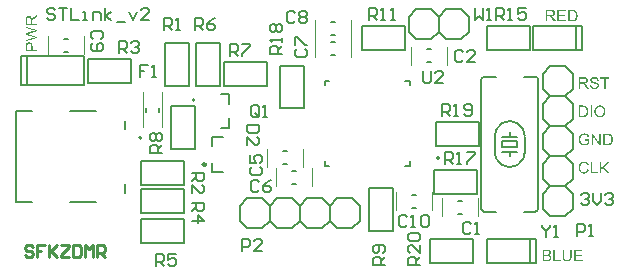
<source format=gto>
G04*
G04 #@! TF.GenerationSoftware,Altium Limited,Altium Designer,24.3.1 (35)*
G04*
G04 Layer_Color=65535*
%FSLAX44Y44*%
%MOMM*%
G71*
G04*
G04 #@! TF.SameCoordinates,268BF101-0F90-4EF0-BC03-07382AAEC2E5*
G04*
G04*
G04 #@! TF.FilePolarity,Positive*
G04*
G01*
G75*
%ADD10C,0.2000*%
%ADD11C,0.2500*%
%ADD12C,0.2032*%
%ADD13C,0.1270*%
%ADD14C,0.1000*%
%ADD15C,0.1524*%
%ADD16C,0.2540*%
G36*
X544830Y891271D02*
X542800Y889988D01*
X542786D01*
X542758Y889960D01*
X542715Y889932D01*
X542659Y889890D01*
X542504Y889791D01*
X542307Y889664D01*
X542095Y889509D01*
X541870Y889354D01*
X541658Y889199D01*
X541461Y889058D01*
X541447Y889044D01*
X541390Y889001D01*
X541306Y888931D01*
X541207Y888832D01*
X540996Y888621D01*
X540897Y888508D01*
X540812Y888395D01*
X540798Y888381D01*
X540784Y888353D01*
X540756Y888297D01*
X540714Y888212D01*
X540671Y888128D01*
X540629Y888029D01*
X540559Y887803D01*
Y887789D01*
X540545Y887761D01*
Y887705D01*
X540530Y887634D01*
X540516Y887535D01*
Y887423D01*
X540502Y887268D01*
Y885604D01*
X544830D01*
Y884307D01*
X535075D01*
Y888832D01*
X535089Y888945D01*
Y889072D01*
X535103Y889368D01*
X535145Y889678D01*
X535188Y890016D01*
X535258Y890327D01*
X535300Y890482D01*
X535343Y890609D01*
Y890623D01*
X535357Y890637D01*
X535399Y890721D01*
X535456Y890848D01*
X535554Y891003D01*
X535681Y891172D01*
X535850Y891356D01*
X536048Y891525D01*
X536273Y891694D01*
X536287D01*
X536301Y891708D01*
X536386Y891765D01*
X536527Y891821D01*
X536710Y891906D01*
X536922Y891976D01*
X537175Y892047D01*
X537443Y892089D01*
X537739Y892103D01*
X537753D01*
X537781D01*
X537838D01*
X537908Y892089D01*
X538007D01*
X538106Y892075D01*
X538345Y892018D01*
X538627Y891934D01*
X538923Y891821D01*
X539219Y891652D01*
X539360Y891539D01*
X539501Y891426D01*
X539515Y891412D01*
X539529Y891398D01*
X539572Y891356D01*
X539614Y891299D01*
X539670Y891229D01*
X539727Y891144D01*
X539797Y891031D01*
X539882Y890919D01*
X539952Y890778D01*
X540023Y890623D01*
X540107Y890453D01*
X540178Y890270D01*
X540234Y890059D01*
X540305Y889847D01*
X540347Y889608D01*
X540389Y889354D01*
X540404Y889382D01*
X540432Y889438D01*
X540488Y889523D01*
X540545Y889636D01*
X540700Y889890D01*
X540798Y890016D01*
X540883Y890129D01*
X540911Y890157D01*
X540981Y890228D01*
X541094Y890341D01*
X541235Y890482D01*
X541433Y890637D01*
X541644Y890820D01*
X541898Y891003D01*
X542180Y891201D01*
X544830Y892878D01*
Y891271D01*
D02*
G37*
G36*
Y880402D02*
Y879134D01*
X537401Y877090D01*
X537387D01*
X537359Y877076D01*
X537316Y877061D01*
X537246Y877047D01*
X537091Y877005D01*
X536908Y876963D01*
X536710Y876906D01*
X536527Y876850D01*
X536372Y876808D01*
X536301Y876794D01*
X536259Y876779D01*
X536273D01*
X536287Y876765D01*
X536372Y876751D01*
X536499Y876723D01*
X536654Y876681D01*
X536823Y876638D01*
X537020Y876582D01*
X537218Y876540D01*
X537401Y876483D01*
X544830Y874425D01*
Y873072D01*
X535075Y870520D01*
Y871860D01*
X541475Y873312D01*
X541489D01*
X541517Y873326D01*
X541574Y873340D01*
X541644Y873354D01*
X541743Y873368D01*
X541841Y873396D01*
X541968Y873424D01*
X542109Y873453D01*
X542405Y873523D01*
X542744Y873594D01*
X543110Y873664D01*
X543477Y873735D01*
X543463D01*
X543406Y873749D01*
X543336Y873777D01*
X543223Y873791D01*
X543110Y873819D01*
X542969Y873861D01*
X542659Y873932D01*
X542349Y874016D01*
X542194Y874045D01*
X542053Y874087D01*
X541926Y874115D01*
X541813Y874143D01*
X541729Y874172D01*
X541672Y874186D01*
X535075Y876032D01*
Y877597D01*
X540023Y878979D01*
X540037D01*
X540107Y879007D01*
X540206Y879035D01*
X540333Y879063D01*
X540502Y879105D01*
X540686Y879162D01*
X540897Y879218D01*
X541137Y879275D01*
X541404Y879345D01*
X541672Y879401D01*
X542250Y879528D01*
X542856Y879655D01*
X543477Y879754D01*
X543463D01*
X543434Y879768D01*
X543378D01*
X543307Y879796D01*
X543223Y879810D01*
X543124Y879838D01*
X542997Y879853D01*
X542856Y879895D01*
X542546Y879965D01*
X542180Y880050D01*
X541785Y880135D01*
X541348Y880247D01*
X535075Y881770D01*
Y883081D01*
X544830Y880402D01*
D02*
G37*
G36*
X538120Y869759D02*
X538218Y869745D01*
X538345Y869731D01*
X538486Y869703D01*
X538641Y869675D01*
X538966Y869576D01*
X539135Y869520D01*
X539318Y869435D01*
X539501Y869336D01*
X539670Y869238D01*
X539840Y869111D01*
X540009Y868970D01*
X540023Y868956D01*
X540051Y868927D01*
X540093Y868885D01*
X540136Y868815D01*
X540206Y868730D01*
X540277Y868617D01*
X540361Y868476D01*
X540432Y868321D01*
X540516Y868138D01*
X540601Y867926D01*
X540671Y867701D01*
X540728Y867433D01*
X540784Y867151D01*
X540826Y866841D01*
X540855Y866489D01*
X540869Y866122D01*
Y863627D01*
X544830D01*
Y862330D01*
X535075D01*
Y866333D01*
X535089Y866545D01*
X535103Y866785D01*
X535117Y867038D01*
X535145Y867278D01*
X535174Y867489D01*
Y867518D01*
X535202Y867616D01*
X535230Y867743D01*
X535272Y867912D01*
X535343Y868096D01*
X535427Y868293D01*
X535526Y868504D01*
X535639Y868688D01*
X535653Y868716D01*
X535695Y868772D01*
X535780Y868857D01*
X535878Y868970D01*
X536005Y869097D01*
X536174Y869223D01*
X536358Y869364D01*
X536569Y869477D01*
X536597Y869491D01*
X536668Y869520D01*
X536795Y869576D01*
X536964Y869632D01*
X537161Y869675D01*
X537387Y869731D01*
X537640Y869759D01*
X537908Y869773D01*
X537923D01*
X537965D01*
X538021D01*
X538120Y869759D01*
D02*
G37*
G36*
X998282Y897219D02*
X998564Y897205D01*
X998846Y897176D01*
X999128Y897134D01*
X999367Y897092D01*
X999381D01*
X999409Y897078D01*
X999452D01*
X999508Y897049D01*
X999663Y897007D01*
X999861Y896937D01*
X1000086Y896838D01*
X1000326Y896711D01*
X1000565Y896570D01*
X1000791Y896387D01*
X1000805Y896373D01*
X1000819Y896359D01*
X1000862Y896317D01*
X1000918Y896274D01*
X1001059Y896133D01*
X1001228Y895936D01*
X1001411Y895696D01*
X1001609Y895414D01*
X1001792Y895090D01*
X1001947Y894724D01*
Y894709D01*
X1001961Y894681D01*
X1001989Y894625D01*
X1002003Y894540D01*
X1002046Y894442D01*
X1002074Y894329D01*
X1002102Y894202D01*
X1002144Y894047D01*
X1002187Y893892D01*
X1002215Y893708D01*
X1002285Y893314D01*
X1002328Y892877D01*
X1002342Y892398D01*
Y892383D01*
Y892355D01*
Y892285D01*
Y892214D01*
X1002328Y892116D01*
Y892003D01*
X1002314Y891735D01*
X1002271Y891425D01*
X1002229Y891101D01*
X1002158Y890762D01*
X1002074Y890424D01*
Y890410D01*
X1002060Y890382D01*
X1002046Y890339D01*
X1002031Y890283D01*
X1001975Y890128D01*
X1001891Y889930D01*
X1001806Y889705D01*
X1001693Y889479D01*
X1001552Y889240D01*
X1001411Y889014D01*
X1001397Y888986D01*
X1001341Y888915D01*
X1001256Y888817D01*
X1001143Y888690D01*
X1001016Y888549D01*
X1000862Y888408D01*
X1000706Y888253D01*
X1000523Y888126D01*
X1000495Y888112D01*
X1000439Y888070D01*
X1000340Y888013D01*
X1000199Y887943D01*
X1000030Y887858D01*
X999832Y887788D01*
X999607Y887703D01*
X999353Y887633D01*
X999325D01*
X999283Y887619D01*
X999240Y887605D01*
X999099Y887590D01*
X998902Y887562D01*
X998676Y887534D01*
X998409Y887506D01*
X998113Y887492D01*
X997788Y887478D01*
X994278D01*
Y897233D01*
X998028D01*
X998282Y897219D01*
D02*
G37*
G36*
X992262Y896077D02*
X986497D01*
Y893102D01*
X991896D01*
Y891946D01*
X986497D01*
Y888634D01*
X992488D01*
Y887478D01*
X985200D01*
Y897233D01*
X992262D01*
Y896077D01*
D02*
G37*
G36*
X979998Y897219D02*
X980125D01*
X980421Y897205D01*
X980731Y897162D01*
X981069Y897120D01*
X981379Y897049D01*
X981535Y897007D01*
X981661Y896965D01*
X981675D01*
X981690Y896951D01*
X981774Y896908D01*
X981901Y896852D01*
X982056Y896753D01*
X982225Y896627D01*
X982409Y896457D01*
X982578Y896260D01*
X982747Y896034D01*
Y896020D01*
X982761Y896006D01*
X982817Y895922D01*
X982874Y895781D01*
X982958Y895598D01*
X983029Y895386D01*
X983099Y895132D01*
X983141Y894865D01*
X983156Y894568D01*
Y894554D01*
Y894526D01*
Y894470D01*
X983141Y894399D01*
Y894301D01*
X983127Y894202D01*
X983071Y893962D01*
X982987Y893680D01*
X982874Y893384D01*
X982704Y893088D01*
X982592Y892947D01*
X982479Y892806D01*
X982465Y892792D01*
X982451Y892778D01*
X982409Y892736D01*
X982352Y892693D01*
X982282Y892637D01*
X982197Y892581D01*
X982084Y892510D01*
X981972Y892426D01*
X981831Y892355D01*
X981675Y892285D01*
X981506Y892200D01*
X981323Y892130D01*
X981112Y892073D01*
X980900Y892003D01*
X980660Y891961D01*
X980407Y891918D01*
X980435Y891904D01*
X980491Y891876D01*
X980576Y891820D01*
X980689Y891763D01*
X980942Y891608D01*
X981069Y891509D01*
X981182Y891425D01*
X981210Y891397D01*
X981281Y891326D01*
X981394Y891213D01*
X981535Y891072D01*
X981690Y890875D01*
X981873Y890664D01*
X982056Y890410D01*
X982253Y890128D01*
X983931Y887478D01*
X982324D01*
X981041Y889508D01*
Y889522D01*
X981013Y889550D01*
X980985Y889592D01*
X980942Y889649D01*
X980844Y889804D01*
X980717Y890001D01*
X980562Y890212D01*
X980407Y890438D01*
X980252Y890649D01*
X980111Y890847D01*
X980097Y890861D01*
X980054Y890917D01*
X979984Y891002D01*
X979885Y891101D01*
X979674Y891312D01*
X979561Y891411D01*
X979448Y891495D01*
X979434Y891509D01*
X979406Y891524D01*
X979350Y891552D01*
X979265Y891594D01*
X979180Y891636D01*
X979082Y891679D01*
X978856Y891749D01*
X978842D01*
X978814Y891763D01*
X978757D01*
X978687Y891777D01*
X978588Y891791D01*
X978475D01*
X978320Y891805D01*
X976657D01*
Y887478D01*
X975360D01*
Y897233D01*
X979885D01*
X979998Y897219D01*
D02*
G37*
G36*
X997236Y688494D02*
Y688480D01*
Y688423D01*
Y688353D01*
Y688254D01*
X997222Y688127D01*
Y687986D01*
X997208Y687817D01*
X997194Y687648D01*
X997151Y687267D01*
X997095Y686873D01*
X997010Y686492D01*
X996954Y686309D01*
X996898Y686140D01*
Y686125D01*
X996884Y686097D01*
X996855Y686055D01*
X996827Y685999D01*
X996743Y685844D01*
X996616Y685646D01*
X996447Y685421D01*
X996249Y685195D01*
X995995Y684955D01*
X995685Y684744D01*
X995671D01*
X995643Y684716D01*
X995601Y684702D01*
X995530Y684659D01*
X995446Y684617D01*
X995333Y684575D01*
X995220Y684532D01*
X995079Y684476D01*
X994924Y684420D01*
X994755Y684378D01*
X994572Y684335D01*
X994360Y684293D01*
X994149Y684265D01*
X993923Y684237D01*
X993416Y684208D01*
X993289D01*
X993190Y684222D01*
X993077D01*
X992936Y684237D01*
X992781Y684251D01*
X992626Y684265D01*
X992274Y684321D01*
X991893Y684406D01*
X991527Y684518D01*
X991174Y684673D01*
X991160D01*
X991132Y684702D01*
X991090Y684730D01*
X991033Y684758D01*
X990878Y684871D01*
X990695Y685026D01*
X990483Y685223D01*
X990286Y685449D01*
X990089Y685731D01*
X989934Y686041D01*
Y686055D01*
X989920Y686083D01*
X989906Y686140D01*
X989877Y686210D01*
X989849Y686295D01*
X989821Y686407D01*
X989779Y686534D01*
X989751Y686689D01*
X989722Y686859D01*
X989680Y687042D01*
X989652Y687239D01*
X989624Y687451D01*
X989595Y687690D01*
X989581Y687944D01*
X989567Y688212D01*
Y688494D01*
Y694133D01*
X990864D01*
Y688494D01*
Y688480D01*
Y688437D01*
Y688367D01*
Y688282D01*
X990878Y688184D01*
Y688057D01*
X990892Y687789D01*
X990920Y687479D01*
X990963Y687169D01*
X991019Y686873D01*
X991047Y686746D01*
X991090Y686619D01*
X991104Y686591D01*
X991132Y686520D01*
X991202Y686422D01*
X991287Y686281D01*
X991386Y686140D01*
X991527Y685984D01*
X991696Y685829D01*
X991893Y685703D01*
X991921Y685688D01*
X991992Y685646D01*
X992119Y685604D01*
X992288Y685547D01*
X992485Y685477D01*
X992739Y685435D01*
X993007Y685393D01*
X993303Y685378D01*
X993444D01*
X993529Y685393D01*
X993655D01*
X993782Y685407D01*
X994092Y685463D01*
X994431Y685533D01*
X994755Y685646D01*
X995065Y685801D01*
X995206Y685900D01*
X995333Y686013D01*
X995347Y686027D01*
X995361Y686041D01*
X995389Y686083D01*
X995432Y686140D01*
X995474Y686224D01*
X995530Y686309D01*
X995587Y686436D01*
X995643Y686562D01*
X995699Y686718D01*
X995742Y686901D01*
X995798Y687112D01*
X995840Y687338D01*
X995883Y687592D01*
X995911Y687859D01*
X995939Y688170D01*
Y688494D01*
Y694133D01*
X997236D01*
Y688494D01*
D02*
G37*
G36*
X1006469Y692977D02*
X1000704D01*
Y690002D01*
X1006103D01*
Y688846D01*
X1000704D01*
Y685533D01*
X1006695D01*
Y684378D01*
X999407D01*
Y694133D01*
X1006469D01*
Y692977D01*
D02*
G37*
G36*
X983210Y685533D02*
X988017D01*
Y684378D01*
X981913D01*
Y694133D01*
X983210D01*
Y685533D01*
D02*
G37*
G36*
X976753Y694118D02*
X976866D01*
X977120Y694090D01*
X977402Y694062D01*
X977698Y694006D01*
X977994Y693935D01*
X978261Y693837D01*
X978276D01*
X978290Y693822D01*
X978374Y693780D01*
X978501Y693710D01*
X978642Y693611D01*
X978811Y693484D01*
X978995Y693329D01*
X979164Y693132D01*
X979319Y692920D01*
X979333Y692892D01*
X979375Y692807D01*
X979446Y692695D01*
X979516Y692525D01*
X979587Y692328D01*
X979657Y692117D01*
X979699Y691877D01*
X979713Y691637D01*
Y691609D01*
Y691539D01*
X979699Y691412D01*
X979671Y691257D01*
X979629Y691074D01*
X979558Y690876D01*
X979474Y690679D01*
X979361Y690467D01*
X979347Y690439D01*
X979305Y690383D01*
X979220Y690270D01*
X979107Y690157D01*
X978966Y690016D01*
X978797Y689861D01*
X978586Y689720D01*
X978346Y689579D01*
X978360D01*
X978388Y689565D01*
X978431Y689551D01*
X978487Y689523D01*
X978656Y689466D01*
X978854Y689368D01*
X979065Y689241D01*
X979305Y689086D01*
X979516Y688903D01*
X979713Y688677D01*
X979727Y688649D01*
X979784Y688564D01*
X979868Y688437D01*
X979953Y688268D01*
X980038Y688043D01*
X980122Y687803D01*
X980179Y687521D01*
X980193Y687211D01*
Y687197D01*
Y687183D01*
Y687098D01*
X980179Y686957D01*
X980150Y686788D01*
X980122Y686591D01*
X980066Y686379D01*
X979995Y686154D01*
X979897Y685928D01*
X979883Y685900D01*
X979840Y685829D01*
X979784Y685731D01*
X979699Y685590D01*
X979587Y685449D01*
X979474Y685294D01*
X979333Y685139D01*
X979178Y685012D01*
X979164Y684998D01*
X979107Y684955D01*
X979009Y684899D01*
X978882Y684843D01*
X978727Y684758D01*
X978543Y684673D01*
X978346Y684603D01*
X978106Y684532D01*
X978078D01*
X977994Y684504D01*
X977853Y684490D01*
X977669Y684462D01*
X977444Y684434D01*
X977176Y684406D01*
X976880Y684392D01*
X976542Y684378D01*
X972820D01*
Y694133D01*
X976654D01*
X976753Y694118D01*
D02*
G37*
G36*
X1016763Y840338D02*
X1016861D01*
X1017129Y840310D01*
X1017425Y840267D01*
X1017735Y840197D01*
X1018074Y840112D01*
X1018384Y839999D01*
X1018398D01*
X1018426Y839985D01*
X1018468Y839957D01*
X1018525Y839929D01*
X1018666Y839858D01*
X1018849Y839732D01*
X1019060Y839591D01*
X1019272Y839407D01*
X1019469Y839196D01*
X1019652Y838956D01*
Y838942D01*
X1019667Y838928D01*
X1019695Y838886D01*
X1019723Y838843D01*
X1019793Y838702D01*
X1019878Y838519D01*
X1019977Y838294D01*
X1020047Y838026D01*
X1020118Y837744D01*
X1020146Y837434D01*
X1018905Y837335D01*
Y837349D01*
Y837377D01*
X1018891Y837420D01*
X1018877Y837490D01*
X1018835Y837645D01*
X1018779Y837857D01*
X1018694Y838082D01*
X1018567Y838308D01*
X1018412Y838519D01*
X1018215Y838717D01*
X1018186Y838731D01*
X1018116Y838787D01*
X1017975Y838872D01*
X1017792Y838956D01*
X1017552Y839041D01*
X1017270Y839125D01*
X1016918Y839182D01*
X1016523Y839196D01*
X1016326D01*
X1016241Y839182D01*
X1016128Y839168D01*
X1015874Y839139D01*
X1015593Y839083D01*
X1015311Y839013D01*
X1015043Y838900D01*
X1014930Y838829D01*
X1014817Y838759D01*
X1014789Y838745D01*
X1014733Y838688D01*
X1014648Y838590D01*
X1014564Y838477D01*
X1014465Y838322D01*
X1014380Y838153D01*
X1014324Y837955D01*
X1014296Y837730D01*
Y837701D01*
Y837645D01*
X1014310Y837546D01*
X1014338Y837434D01*
X1014380Y837293D01*
X1014451Y837152D01*
X1014535Y837011D01*
X1014662Y836870D01*
X1014676Y836856D01*
X1014747Y836813D01*
X1014803Y836771D01*
X1014859Y836743D01*
X1014944Y836701D01*
X1015043Y836644D01*
X1015170Y836602D01*
X1015311Y836546D01*
X1015466Y836489D01*
X1015649Y836419D01*
X1015846Y836362D01*
X1016072Y836292D01*
X1016326Y836235D01*
X1016608Y836165D01*
X1016622D01*
X1016678Y836151D01*
X1016763Y836137D01*
X1016861Y836109D01*
X1016988Y836080D01*
X1017143Y836038D01*
X1017298Y835996D01*
X1017467Y835954D01*
X1017834Y835855D01*
X1018186Y835756D01*
X1018356Y835700D01*
X1018511Y835643D01*
X1018652Y835601D01*
X1018764Y835545D01*
X1018779D01*
X1018807Y835531D01*
X1018849Y835502D01*
X1018905Y835474D01*
X1019060Y835390D01*
X1019244Y835277D01*
X1019455Y835122D01*
X1019667Y834953D01*
X1019864Y834755D01*
X1020033Y834544D01*
X1020047Y834516D01*
X1020104Y834445D01*
X1020160Y834318D01*
X1020245Y834149D01*
X1020315Y833952D01*
X1020386Y833712D01*
X1020428Y833444D01*
X1020442Y833162D01*
Y833148D01*
Y833134D01*
Y833092D01*
Y833035D01*
X1020414Y832880D01*
X1020386Y832683D01*
X1020329Y832457D01*
X1020259Y832218D01*
X1020146Y831964D01*
X1019991Y831696D01*
Y831682D01*
X1019977Y831668D01*
X1019906Y831583D01*
X1019808Y831457D01*
X1019667Y831316D01*
X1019483Y831146D01*
X1019258Y830963D01*
X1019004Y830794D01*
X1018708Y830639D01*
X1018694D01*
X1018666Y830625D01*
X1018623Y830611D01*
X1018567Y830583D01*
X1018483Y830554D01*
X1018384Y830512D01*
X1018158Y830456D01*
X1017890Y830385D01*
X1017566Y830315D01*
X1017214Y830272D01*
X1016833Y830258D01*
X1016608D01*
X1016495Y830272D01*
X1016368D01*
X1016227Y830286D01*
X1016058Y830301D01*
X1015705Y830357D01*
X1015339Y830413D01*
X1014972Y830512D01*
X1014620Y830639D01*
X1014606D01*
X1014578Y830653D01*
X1014535Y830681D01*
X1014479Y830709D01*
X1014310Y830794D01*
X1014112Y830921D01*
X1013887Y831090D01*
X1013647Y831287D01*
X1013422Y831527D01*
X1013210Y831795D01*
Y831809D01*
X1013182Y831837D01*
X1013168Y831880D01*
X1013126Y831936D01*
X1013097Y832006D01*
X1013055Y832091D01*
X1012956Y832302D01*
X1012858Y832570D01*
X1012773Y832866D01*
X1012717Y833205D01*
X1012689Y833557D01*
X1013901Y833670D01*
Y833656D01*
Y833642D01*
X1013915Y833599D01*
Y833543D01*
X1013943Y833416D01*
X1013986Y833233D01*
X1014042Y833049D01*
X1014098Y832838D01*
X1014197Y832641D01*
X1014296Y832457D01*
X1014310Y832443D01*
X1014352Y832387D01*
X1014423Y832288D01*
X1014535Y832190D01*
X1014676Y832063D01*
X1014831Y831936D01*
X1015043Y831809D01*
X1015268Y831696D01*
X1015282D01*
X1015296Y831682D01*
X1015339Y831668D01*
X1015381Y831654D01*
X1015522Y831612D01*
X1015705Y831555D01*
X1015931Y831499D01*
X1016185Y831457D01*
X1016467Y831428D01*
X1016777Y831414D01*
X1016904D01*
X1017045Y831428D01*
X1017214Y831442D01*
X1017411Y831471D01*
X1017637Y831499D01*
X1017862Y831555D01*
X1018074Y831626D01*
X1018102Y831640D01*
X1018172Y831668D01*
X1018271Y831724D01*
X1018398Y831781D01*
X1018525Y831880D01*
X1018666Y831978D01*
X1018807Y832091D01*
X1018920Y832232D01*
X1018934Y832246D01*
X1018962Y832302D01*
X1019004Y832373D01*
X1019060Y832486D01*
X1019117Y832598D01*
X1019159Y832739D01*
X1019187Y832894D01*
X1019201Y833064D01*
Y833078D01*
Y833148D01*
X1019187Y833233D01*
X1019173Y833346D01*
X1019131Y833458D01*
X1019089Y833599D01*
X1019018Y833740D01*
X1018920Y833867D01*
X1018905Y833881D01*
X1018863Y833923D01*
X1018807Y833980D01*
X1018708Y834064D01*
X1018595Y834149D01*
X1018440Y834248D01*
X1018257Y834346D01*
X1018046Y834431D01*
X1018031Y834445D01*
X1017961Y834459D01*
X1017848Y834501D01*
X1017778Y834516D01*
X1017679Y834544D01*
X1017580Y834586D01*
X1017453Y834614D01*
X1017312Y834657D01*
X1017143Y834699D01*
X1016974Y834741D01*
X1016777Y834798D01*
X1016551Y834854D01*
X1016311Y834910D01*
X1016297D01*
X1016255Y834924D01*
X1016185Y834939D01*
X1016100Y834967D01*
X1015987Y834995D01*
X1015860Y835023D01*
X1015579Y835108D01*
X1015268Y835206D01*
X1014944Y835305D01*
X1014662Y835404D01*
X1014535Y835460D01*
X1014423Y835517D01*
X1014408D01*
X1014394Y835531D01*
X1014310Y835587D01*
X1014183Y835658D01*
X1014042Y835770D01*
X1013873Y835897D01*
X1013704Y836052D01*
X1013534Y836235D01*
X1013393Y836433D01*
X1013379Y836461D01*
X1013337Y836532D01*
X1013281Y836644D01*
X1013224Y836785D01*
X1013168Y836969D01*
X1013111Y837180D01*
X1013069Y837405D01*
X1013055Y837645D01*
Y837659D01*
Y837673D01*
Y837716D01*
Y837772D01*
X1013083Y837913D01*
X1013111Y838096D01*
X1013154Y838308D01*
X1013224Y838547D01*
X1013323Y838787D01*
X1013464Y839027D01*
Y839041D01*
X1013478Y839055D01*
X1013549Y839139D01*
X1013647Y839252D01*
X1013774Y839393D01*
X1013943Y839548D01*
X1014155Y839717D01*
X1014408Y839873D01*
X1014690Y840013D01*
X1014705D01*
X1014733Y840027D01*
X1014775Y840042D01*
X1014831Y840070D01*
X1014902Y840098D01*
X1015001Y840126D01*
X1015212Y840183D01*
X1015480Y840239D01*
X1015790Y840295D01*
X1016114Y840338D01*
X1016481Y840352D01*
X1016664D01*
X1016763Y840338D01*
D02*
G37*
G36*
X1029210Y839027D02*
X1025996D01*
Y830427D01*
X1024699D01*
Y839027D01*
X1021485D01*
Y840183D01*
X1029210D01*
Y839027D01*
D02*
G37*
G36*
X1007938Y840169D02*
X1008065D01*
X1008361Y840154D01*
X1008671Y840112D01*
X1009009Y840070D01*
X1009319Y839999D01*
X1009474Y839957D01*
X1009601Y839915D01*
X1009615D01*
X1009630Y839901D01*
X1009714Y839858D01*
X1009841Y839802D01*
X1009996Y839703D01*
X1010165Y839576D01*
X1010349Y839407D01*
X1010518Y839210D01*
X1010687Y838984D01*
Y838970D01*
X1010701Y838956D01*
X1010757Y838872D01*
X1010814Y838731D01*
X1010898Y838547D01*
X1010969Y838336D01*
X1011039Y838082D01*
X1011081Y837814D01*
X1011096Y837518D01*
Y837504D01*
Y837476D01*
Y837420D01*
X1011081Y837349D01*
Y837250D01*
X1011067Y837152D01*
X1011011Y836912D01*
X1010927Y836630D01*
X1010814Y836334D01*
X1010645Y836038D01*
X1010532Y835897D01*
X1010419Y835756D01*
X1010405Y835742D01*
X1010391Y835728D01*
X1010349Y835686D01*
X1010292Y835643D01*
X1010222Y835587D01*
X1010137Y835531D01*
X1010024Y835460D01*
X1009911Y835376D01*
X1009771Y835305D01*
X1009615Y835235D01*
X1009446Y835150D01*
X1009263Y835079D01*
X1009052Y835023D01*
X1008840Y834953D01*
X1008600Y834910D01*
X1008347Y834868D01*
X1008375Y834854D01*
X1008431Y834826D01*
X1008516Y834769D01*
X1008629Y834713D01*
X1008882Y834558D01*
X1009009Y834459D01*
X1009122Y834375D01*
X1009150Y834346D01*
X1009221Y834276D01*
X1009333Y834163D01*
X1009474Y834022D01*
X1009630Y833825D01*
X1009813Y833613D01*
X1009996Y833360D01*
X1010193Y833078D01*
X1011871Y830427D01*
X1010264D01*
X1008981Y832457D01*
Y832471D01*
X1008953Y832500D01*
X1008925Y832542D01*
X1008882Y832598D01*
X1008784Y832754D01*
X1008657Y832951D01*
X1008502Y833162D01*
X1008347Y833388D01*
X1008192Y833599D01*
X1008051Y833797D01*
X1008037Y833811D01*
X1007994Y833867D01*
X1007924Y833952D01*
X1007825Y834050D01*
X1007614Y834262D01*
X1007501Y834361D01*
X1007388Y834445D01*
X1007374Y834459D01*
X1007346Y834473D01*
X1007290Y834501D01*
X1007205Y834544D01*
X1007120Y834586D01*
X1007022Y834628D01*
X1006796Y834699D01*
X1006782D01*
X1006754Y834713D01*
X1006697D01*
X1006627Y834727D01*
X1006528Y834741D01*
X1006415D01*
X1006260Y834755D01*
X1004597D01*
Y830427D01*
X1003300D01*
Y840183D01*
X1007825D01*
X1007938Y840169D01*
D02*
G37*
G36*
X1014648Y806542D02*
X1013351D01*
Y816297D01*
X1014648D01*
Y806542D01*
D02*
G37*
G36*
X1007303Y816283D02*
X1007586Y816269D01*
X1007867Y816241D01*
X1008149Y816198D01*
X1008389Y816156D01*
X1008403D01*
X1008431Y816142D01*
X1008474D01*
X1008530Y816114D01*
X1008685Y816071D01*
X1008882Y816001D01*
X1009108Y815902D01*
X1009348Y815776D01*
X1009587Y815635D01*
X1009813Y815451D01*
X1009827Y815437D01*
X1009841Y815423D01*
X1009883Y815381D01*
X1009940Y815339D01*
X1010081Y815198D01*
X1010250Y815000D01*
X1010433Y814761D01*
X1010630Y814479D01*
X1010814Y814154D01*
X1010969Y813788D01*
Y813774D01*
X1010983Y813745D01*
X1011011Y813689D01*
X1011025Y813605D01*
X1011067Y813506D01*
X1011096Y813393D01*
X1011124Y813266D01*
X1011166Y813111D01*
X1011208Y812956D01*
X1011237Y812773D01*
X1011307Y812378D01*
X1011349Y811941D01*
X1011364Y811462D01*
Y811448D01*
Y811420D01*
Y811349D01*
Y811279D01*
X1011349Y811180D01*
Y811067D01*
X1011335Y810799D01*
X1011293Y810489D01*
X1011251Y810165D01*
X1011180Y809827D01*
X1011096Y809488D01*
Y809474D01*
X1011081Y809446D01*
X1011067Y809404D01*
X1011053Y809347D01*
X1010997Y809192D01*
X1010912Y808995D01*
X1010828Y808769D01*
X1010715Y808544D01*
X1010574Y808304D01*
X1010433Y808079D01*
X1010419Y808050D01*
X1010363Y807980D01*
X1010278Y807881D01*
X1010165Y807754D01*
X1010038Y807613D01*
X1009883Y807472D01*
X1009728Y807317D01*
X1009545Y807190D01*
X1009517Y807176D01*
X1009460Y807134D01*
X1009362Y807078D01*
X1009221Y807007D01*
X1009052Y806923D01*
X1008854Y806852D01*
X1008629Y806768D01*
X1008375Y806697D01*
X1008347D01*
X1008304Y806683D01*
X1008262Y806669D01*
X1008121Y806655D01*
X1007924Y806627D01*
X1007698Y806598D01*
X1007430Y806570D01*
X1007134Y806556D01*
X1006810Y806542D01*
X1003300D01*
Y816297D01*
X1007050D01*
X1007303Y816283D01*
D02*
G37*
G36*
X1021429Y816452D02*
X1021556D01*
X1021683Y816438D01*
X1021852Y816410D01*
X1022021Y816382D01*
X1022387Y816311D01*
X1022810Y816198D01*
X1023219Y816029D01*
X1023430Y815930D01*
X1023642Y815818D01*
X1023656Y815804D01*
X1023684Y815790D01*
X1023741Y815747D01*
X1023825Y815705D01*
X1023910Y815635D01*
X1024023Y815550D01*
X1024262Y815352D01*
X1024516Y815099D01*
X1024798Y814789D01*
X1025066Y814422D01*
X1025291Y814013D01*
Y813999D01*
X1025320Y813957D01*
X1025348Y813901D01*
X1025376Y813816D01*
X1025432Y813703D01*
X1025475Y813576D01*
X1025531Y813421D01*
X1025587Y813252D01*
X1025630Y813069D01*
X1025686Y812871D01*
X1025742Y812646D01*
X1025785Y812420D01*
X1025841Y811927D01*
X1025869Y811391D01*
Y811377D01*
Y811321D01*
Y811250D01*
X1025855Y811137D01*
Y811011D01*
X1025841Y810856D01*
X1025813Y810686D01*
X1025799Y810503D01*
X1025728Y810094D01*
X1025616Y809643D01*
X1025461Y809192D01*
X1025376Y808967D01*
X1025263Y808741D01*
Y808727D01*
X1025235Y808685D01*
X1025207Y808628D01*
X1025150Y808544D01*
X1025094Y808445D01*
X1025023Y808346D01*
X1024826Y808079D01*
X1024586Y807797D01*
X1024305Y807501D01*
X1023966Y807219D01*
X1023571Y806965D01*
X1023557D01*
X1023529Y806937D01*
X1023459Y806908D01*
X1023374Y806866D01*
X1023275Y806824D01*
X1023163Y806782D01*
X1023022Y806725D01*
X1022867Y806669D01*
X1022698Y806612D01*
X1022514Y806556D01*
X1022105Y806471D01*
X1021668Y806401D01*
X1021203Y806373D01*
X1021062D01*
X1020978Y806387D01*
X1020851D01*
X1020710Y806415D01*
X1020555Y806429D01*
X1020371Y806457D01*
X1019991Y806542D01*
X1019582Y806655D01*
X1019159Y806824D01*
X1018948Y806923D01*
X1018736Y807035D01*
X1018722Y807049D01*
X1018694Y807064D01*
X1018637Y807106D01*
X1018553Y807162D01*
X1018468Y807219D01*
X1018370Y807303D01*
X1018130Y807515D01*
X1017862Y807768D01*
X1017580Y808079D01*
X1017327Y808431D01*
X1017087Y808840D01*
Y808854D01*
X1017059Y808896D01*
X1017030Y808952D01*
X1017002Y809037D01*
X1016960Y809150D01*
X1016918Y809277D01*
X1016861Y809418D01*
X1016819Y809573D01*
X1016763Y809756D01*
X1016706Y809939D01*
X1016622Y810362D01*
X1016565Y810799D01*
X1016537Y811279D01*
Y811293D01*
Y811307D01*
Y811391D01*
X1016551Y811518D01*
Y811687D01*
X1016579Y811885D01*
X1016608Y812124D01*
X1016650Y812392D01*
X1016706Y812674D01*
X1016763Y812970D01*
X1016847Y813280D01*
X1016960Y813590D01*
X1017087Y813915D01*
X1017228Y814225D01*
X1017411Y814535D01*
X1017608Y814817D01*
X1017834Y815085D01*
X1017848Y815099D01*
X1017890Y815141D01*
X1017975Y815212D01*
X1018074Y815296D01*
X1018201Y815409D01*
X1018356Y815522D01*
X1018539Y815649D01*
X1018750Y815776D01*
X1018976Y815902D01*
X1019230Y816029D01*
X1019512Y816142D01*
X1019808Y816255D01*
X1020132Y816339D01*
X1020470Y816410D01*
X1020823Y816452D01*
X1021203Y816466D01*
X1021330D01*
X1021429Y816452D01*
D02*
G37*
G36*
X1008445Y792567D02*
X1008558D01*
X1008826Y792538D01*
X1009122Y792496D01*
X1009432Y792426D01*
X1009771Y792341D01*
X1010095Y792228D01*
X1010109D01*
X1010137Y792214D01*
X1010179Y792200D01*
X1010236Y792172D01*
X1010391Y792087D01*
X1010588Y791989D01*
X1010800Y791848D01*
X1011025Y791678D01*
X1011237Y791495D01*
X1011434Y791270D01*
X1011462Y791241D01*
X1011519Y791157D01*
X1011603Y791030D01*
X1011716Y790847D01*
X1011829Y790621D01*
X1011956Y790339D01*
X1012082Y790029D01*
X1012181Y789677D01*
X1011011Y789367D01*
Y789381D01*
X1010997Y789395D01*
X1010983Y789437D01*
X1010969Y789493D01*
X1010927Y789620D01*
X1010870Y789790D01*
X1010786Y789987D01*
X1010687Y790170D01*
X1010588Y790367D01*
X1010461Y790537D01*
X1010447Y790551D01*
X1010405Y790607D01*
X1010320Y790678D01*
X1010222Y790776D01*
X1010095Y790889D01*
X1009926Y791002D01*
X1009742Y791115D01*
X1009531Y791213D01*
X1009503Y791227D01*
X1009432Y791255D01*
X1009305Y791298D01*
X1009136Y791354D01*
X1008939Y791396D01*
X1008713Y791439D01*
X1008459Y791467D01*
X1008192Y791481D01*
X1008037D01*
X1007966Y791467D01*
X1007881D01*
X1007670Y791453D01*
X1007430Y791411D01*
X1007163Y791368D01*
X1006909Y791298D01*
X1006655Y791199D01*
X1006627Y791185D01*
X1006542Y791157D01*
X1006430Y791086D01*
X1006289Y791016D01*
X1006119Y790903D01*
X1005936Y790790D01*
X1005767Y790649D01*
X1005612Y790494D01*
X1005598Y790480D01*
X1005541Y790424D01*
X1005471Y790325D01*
X1005386Y790212D01*
X1005288Y790071D01*
X1005189Y789902D01*
X1005090Y789719D01*
X1004992Y789522D01*
Y789508D01*
X1004977Y789479D01*
X1004963Y789437D01*
X1004935Y789367D01*
X1004907Y789282D01*
X1004879Y789183D01*
X1004837Y789071D01*
X1004808Y788944D01*
X1004738Y788648D01*
X1004681Y788309D01*
X1004639Y787957D01*
X1004625Y787562D01*
Y787548D01*
Y787506D01*
Y787435D01*
X1004639Y787351D01*
Y787238D01*
X1004653Y787097D01*
X1004667Y786956D01*
X1004681Y786801D01*
X1004738Y786449D01*
X1004808Y786082D01*
X1004921Y785715D01*
X1005062Y785363D01*
Y785349D01*
X1005090Y785321D01*
X1005104Y785278D01*
X1005147Y785222D01*
X1005245Y785067D01*
X1005400Y784870D01*
X1005584Y784658D01*
X1005809Y784447D01*
X1006077Y784249D01*
X1006373Y784066D01*
X1006387D01*
X1006415Y784052D01*
X1006458Y784024D01*
X1006528Y783996D01*
X1006599Y783967D01*
X1006697Y783939D01*
X1006923Y783855D01*
X1007205Y783784D01*
X1007515Y783714D01*
X1007853Y783657D01*
X1008206Y783643D01*
X1008347D01*
X1008431Y783657D01*
X1008516D01*
X1008727Y783686D01*
X1008981Y783714D01*
X1009249Y783770D01*
X1009545Y783855D01*
X1009841Y783953D01*
X1009855D01*
X1009883Y783967D01*
X1009911Y783981D01*
X1009968Y784010D01*
X1010123Y784080D01*
X1010292Y784165D01*
X1010490Y784263D01*
X1010701Y784376D01*
X1010898Y784503D01*
X1011067Y784644D01*
Y786477D01*
X1008192D01*
Y787633D01*
X1012336D01*
Y784010D01*
X1012322Y783996D01*
X1012294Y783981D01*
X1012237Y783939D01*
X1012167Y783883D01*
X1012082Y783826D01*
X1011984Y783756D01*
X1011857Y783671D01*
X1011730Y783587D01*
X1011434Y783403D01*
X1011096Y783206D01*
X1010743Y783023D01*
X1010363Y782868D01*
X1010349D01*
X1010320Y782854D01*
X1010264Y782840D01*
X1010193Y782811D01*
X1010095Y782783D01*
X1009982Y782741D01*
X1009855Y782713D01*
X1009728Y782685D01*
X1009418Y782614D01*
X1009066Y782544D01*
X1008685Y782501D01*
X1008290Y782487D01*
X1008149D01*
X1008051Y782501D01*
X1007924D01*
X1007769Y782515D01*
X1007600Y782544D01*
X1007416Y782558D01*
X1007008Y782642D01*
X1006571Y782741D01*
X1006119Y782896D01*
X1005894Y782981D01*
X1005668Y783093D01*
X1005654Y783108D01*
X1005612Y783122D01*
X1005555Y783164D01*
X1005471Y783206D01*
X1005372Y783277D01*
X1005274Y783347D01*
X1005006Y783544D01*
X1004724Y783798D01*
X1004428Y784108D01*
X1004146Y784461D01*
X1003892Y784870D01*
Y784884D01*
X1003864Y784926D01*
X1003836Y784982D01*
X1003793Y785081D01*
X1003751Y785180D01*
X1003709Y785321D01*
X1003652Y785462D01*
X1003596Y785631D01*
X1003540Y785814D01*
X1003483Y786026D01*
X1003441Y786237D01*
X1003399Y786463D01*
X1003328Y786956D01*
X1003300Y787477D01*
Y787492D01*
Y787548D01*
Y787618D01*
X1003314Y787717D01*
Y787844D01*
X1003328Y787999D01*
X1003356Y788154D01*
X1003371Y788337D01*
X1003413Y788535D01*
X1003441Y788746D01*
X1003554Y789197D01*
X1003695Y789663D01*
X1003892Y790128D01*
X1003906Y790142D01*
X1003920Y790184D01*
X1003949Y790241D01*
X1004005Y790325D01*
X1004061Y790438D01*
X1004132Y790551D01*
X1004329Y790818D01*
X1004569Y791129D01*
X1004865Y791425D01*
X1005203Y791721D01*
X1005400Y791848D01*
X1005598Y791974D01*
X1005612Y791989D01*
X1005654Y792003D01*
X1005711Y792031D01*
X1005795Y792073D01*
X1005908Y792115D01*
X1006035Y792172D01*
X1006176Y792228D01*
X1006345Y792285D01*
X1006528Y792341D01*
X1006726Y792383D01*
X1006937Y792440D01*
X1007163Y792482D01*
X1007656Y792552D01*
X1007910Y792581D01*
X1008361D01*
X1008445Y792567D01*
D02*
G37*
G36*
X1021908Y782656D02*
X1020569D01*
X1015466Y790311D01*
Y782656D01*
X1014225D01*
Y792411D01*
X1015550D01*
X1020667Y784743D01*
Y792411D01*
X1021908D01*
Y782656D01*
D02*
G37*
G36*
X1028083Y792397D02*
X1028364Y792383D01*
X1028646Y792355D01*
X1028928Y792313D01*
X1029168Y792271D01*
X1029182D01*
X1029210Y792256D01*
X1029253D01*
X1029309Y792228D01*
X1029464Y792186D01*
X1029661Y792115D01*
X1029887Y792017D01*
X1030127Y791890D01*
X1030366Y791749D01*
X1030592Y791566D01*
X1030606Y791552D01*
X1030620Y791537D01*
X1030662Y791495D01*
X1030719Y791453D01*
X1030860Y791312D01*
X1031029Y791115D01*
X1031212Y790875D01*
X1031409Y790593D01*
X1031593Y790269D01*
X1031748Y789902D01*
Y789888D01*
X1031762Y789860D01*
X1031790Y789804D01*
X1031804Y789719D01*
X1031846Y789620D01*
X1031875Y789508D01*
X1031903Y789381D01*
X1031945Y789226D01*
X1031987Y789071D01*
X1032016Y788887D01*
X1032086Y788493D01*
X1032128Y788055D01*
X1032142Y787576D01*
Y787562D01*
Y787534D01*
Y787463D01*
Y787393D01*
X1032128Y787294D01*
Y787181D01*
X1032114Y786914D01*
X1032072Y786603D01*
X1032030Y786279D01*
X1031959Y785941D01*
X1031875Y785603D01*
Y785589D01*
X1031861Y785560D01*
X1031846Y785518D01*
X1031832Y785462D01*
X1031776Y785307D01*
X1031691Y785109D01*
X1031607Y784884D01*
X1031494Y784658D01*
X1031353Y784418D01*
X1031212Y784193D01*
X1031198Y784165D01*
X1031142Y784094D01*
X1031057Y783996D01*
X1030944Y783869D01*
X1030817Y783728D01*
X1030662Y783587D01*
X1030507Y783432D01*
X1030324Y783305D01*
X1030296Y783291D01*
X1030239Y783248D01*
X1030141Y783192D01*
X1030000Y783122D01*
X1029831Y783037D01*
X1029633Y782967D01*
X1029408Y782882D01*
X1029154Y782811D01*
X1029126D01*
X1029083Y782797D01*
X1029041Y782783D01*
X1028900Y782769D01*
X1028703Y782741D01*
X1028477Y782713D01*
X1028209Y782685D01*
X1027913Y782671D01*
X1027589Y782656D01*
X1024079D01*
Y792411D01*
X1027829D01*
X1028083Y792397D01*
D02*
G37*
G36*
X1008135Y768681D02*
X1008262Y768667D01*
X1008417Y768653D01*
X1008572Y768639D01*
X1008755Y768596D01*
X1009136Y768512D01*
X1009559Y768385D01*
X1009771Y768300D01*
X1009968Y768202D01*
X1010165Y768075D01*
X1010363Y767948D01*
X1010377Y767934D01*
X1010405Y767920D01*
X1010461Y767878D01*
X1010532Y767807D01*
X1010602Y767737D01*
X1010701Y767638D01*
X1010800Y767525D01*
X1010912Y767412D01*
X1011025Y767271D01*
X1011138Y767102D01*
X1011265Y766933D01*
X1011378Y766750D01*
X1011476Y766538D01*
X1011589Y766327D01*
X1011674Y766101D01*
X1011758Y765847D01*
X1010490Y765552D01*
Y765566D01*
X1010475Y765594D01*
X1010447Y765650D01*
X1010419Y765721D01*
X1010391Y765805D01*
X1010349Y765918D01*
X1010236Y766144D01*
X1010095Y766397D01*
X1009926Y766651D01*
X1009714Y766891D01*
X1009489Y767102D01*
X1009460Y767130D01*
X1009376Y767187D01*
X1009235Y767257D01*
X1009052Y767356D01*
X1008812Y767440D01*
X1008544Y767525D01*
X1008220Y767581D01*
X1007867Y767596D01*
X1007755D01*
X1007684Y767581D01*
X1007586D01*
X1007473Y767567D01*
X1007205Y767525D01*
X1006909Y767469D01*
X1006599Y767370D01*
X1006274Y767229D01*
X1005978Y767046D01*
X1005964D01*
X1005950Y767018D01*
X1005852Y766947D01*
X1005725Y766834D01*
X1005570Y766665D01*
X1005386Y766454D01*
X1005217Y766214D01*
X1005062Y765918D01*
X1004921Y765594D01*
Y765580D01*
X1004907Y765552D01*
X1004893Y765509D01*
X1004879Y765439D01*
X1004851Y765354D01*
X1004822Y765255D01*
X1004780Y765016D01*
X1004724Y764734D01*
X1004667Y764424D01*
X1004639Y764085D01*
X1004625Y763719D01*
Y763705D01*
Y763662D01*
Y763592D01*
Y763507D01*
X1004639Y763409D01*
Y763282D01*
X1004653Y763141D01*
X1004667Y762986D01*
X1004710Y762647D01*
X1004780Y762281D01*
X1004865Y761915D01*
X1004977Y761548D01*
Y761534D01*
X1004992Y761506D01*
X1005020Y761463D01*
X1005048Y761393D01*
X1005133Y761224D01*
X1005259Y761026D01*
X1005415Y760801D01*
X1005612Y760561D01*
X1005837Y760350D01*
X1006105Y760152D01*
X1006119D01*
X1006148Y760138D01*
X1006190Y760110D01*
X1006246Y760082D01*
X1006317Y760054D01*
X1006401Y760011D01*
X1006599Y759927D01*
X1006852Y759842D01*
X1007134Y759772D01*
X1007445Y759715D01*
X1007769Y759701D01*
X1007867D01*
X1007952Y759715D01*
X1008051D01*
X1008149Y759729D01*
X1008403Y759786D01*
X1008699Y759856D01*
X1008995Y759969D01*
X1009305Y760124D01*
X1009460Y760209D01*
X1009601Y760322D01*
X1009615Y760336D01*
X1009630Y760350D01*
X1009672Y760392D01*
X1009728Y760434D01*
X1009785Y760505D01*
X1009855Y760589D01*
X1009940Y760674D01*
X1010010Y760787D01*
X1010095Y760914D01*
X1010193Y761055D01*
X1010278Y761196D01*
X1010363Y761365D01*
X1010433Y761548D01*
X1010504Y761745D01*
X1010574Y761957D01*
X1010630Y762182D01*
X1011927Y761858D01*
Y761844D01*
X1011913Y761788D01*
X1011885Y761703D01*
X1011843Y761590D01*
X1011801Y761463D01*
X1011744Y761308D01*
X1011674Y761139D01*
X1011589Y760956D01*
X1011392Y760561D01*
X1011138Y760166D01*
X1010983Y759969D01*
X1010828Y759772D01*
X1010659Y759603D01*
X1010461Y759433D01*
X1010447Y759419D01*
X1010419Y759391D01*
X1010349Y759363D01*
X1010278Y759306D01*
X1010165Y759236D01*
X1010052Y759165D01*
X1009897Y759095D01*
X1009742Y759025D01*
X1009559Y758940D01*
X1009362Y758869D01*
X1009150Y758799D01*
X1008925Y758728D01*
X1008685Y758672D01*
X1008431Y758644D01*
X1008164Y758616D01*
X1007881Y758602D01*
X1007727D01*
X1007614Y758616D01*
X1007487D01*
X1007332Y758630D01*
X1007163Y758658D01*
X1006965Y758686D01*
X1006556Y758757D01*
X1006133Y758869D01*
X1005711Y759025D01*
X1005513Y759123D01*
X1005316Y759236D01*
X1005302Y759250D01*
X1005274Y759264D01*
X1005217Y759306D01*
X1005161Y759363D01*
X1005076Y759419D01*
X1004977Y759504D01*
X1004865Y759603D01*
X1004752Y759715D01*
X1004639Y759842D01*
X1004512Y759969D01*
X1004259Y760293D01*
X1004019Y760674D01*
X1003808Y761097D01*
Y761111D01*
X1003779Y761153D01*
X1003765Y761224D01*
X1003723Y761308D01*
X1003695Y761421D01*
X1003652Y761562D01*
X1003596Y761717D01*
X1003554Y761886D01*
X1003512Y762069D01*
X1003455Y762281D01*
X1003385Y762718D01*
X1003328Y763211D01*
X1003300Y763719D01*
Y763733D01*
Y763789D01*
Y763874D01*
X1003314Y763973D01*
Y764114D01*
X1003328Y764255D01*
X1003342Y764438D01*
X1003371Y764621D01*
X1003441Y765030D01*
X1003540Y765481D01*
X1003681Y765932D01*
X1003878Y766369D01*
X1003892Y766383D01*
X1003906Y766425D01*
X1003934Y766482D01*
X1003991Y766552D01*
X1004047Y766651D01*
X1004118Y766764D01*
X1004301Y767018D01*
X1004540Y767299D01*
X1004822Y767581D01*
X1005147Y767863D01*
X1005527Y768103D01*
X1005541Y768117D01*
X1005584Y768131D01*
X1005640Y768159D01*
X1005711Y768202D01*
X1005823Y768244D01*
X1005936Y768286D01*
X1006077Y768343D01*
X1006232Y768399D01*
X1006401Y768456D01*
X1006585Y768512D01*
X1006979Y768596D01*
X1007430Y768667D01*
X1007896Y768695D01*
X1008037D01*
X1008135Y768681D01*
D02*
G37*
G36*
X1024840Y764565D02*
X1029112Y758771D01*
X1027406D01*
X1023938Y763691D01*
X1022345Y762154D01*
Y758771D01*
X1021048D01*
Y768526D01*
X1022345D01*
Y763677D01*
X1027166Y768526D01*
X1028928D01*
X1024840Y764565D01*
D02*
G37*
G36*
X1014761Y759927D02*
X1019568D01*
Y758771D01*
X1013464D01*
Y768526D01*
X1014761D01*
Y759927D01*
D02*
G37*
%LPC*%
G36*
X537753Y890778D02*
X537739D01*
X537725D01*
X537640Y890764D01*
X537514Y890750D01*
X537345Y890721D01*
X537175Y890651D01*
X536978Y890566D01*
X536795Y890439D01*
X536611Y890270D01*
X536597Y890242D01*
X536541Y890172D01*
X536470Y890059D01*
X536386Y889875D01*
X536301Y889664D01*
X536231Y889382D01*
X536174Y889058D01*
X536160Y888677D01*
Y885604D01*
X539389D01*
Y888508D01*
X539375Y888677D01*
X539360Y888875D01*
X539346Y889100D01*
X539318Y889326D01*
X539276Y889551D01*
X539219Y889749D01*
X539205Y889777D01*
X539177Y889833D01*
X539135Y889918D01*
X539078Y890031D01*
X538994Y890157D01*
X538895Y890284D01*
X538768Y890411D01*
X538627Y890510D01*
X538613Y890524D01*
X538557Y890552D01*
X538472Y890594D01*
X538359Y890651D01*
X538233Y890693D01*
X538092Y890735D01*
X537923Y890764D01*
X537753Y890778D01*
D02*
G37*
G36*
X537951Y868448D02*
X537937D01*
X537923D01*
X537852D01*
X537725Y868434D01*
X537584Y868406D01*
X537429Y868378D01*
X537246Y868321D01*
X537077Y868237D01*
X536908Y868138D01*
X536893Y868124D01*
X536837Y868082D01*
X536767Y868011D01*
X536668Y867926D01*
X536569Y867800D01*
X536485Y867659D01*
X536400Y867504D01*
X536329Y867320D01*
Y867306D01*
X536315Y867250D01*
X536301Y867165D01*
X536273Y867053D01*
X536259Y866883D01*
X536245Y866672D01*
X536231Y866418D01*
Y863627D01*
X539713D01*
Y866249D01*
X539699Y866348D01*
Y866446D01*
X539685Y866559D01*
X539656Y866827D01*
X539600Y867123D01*
X539515Y867419D01*
X539403Y867687D01*
X539332Y867814D01*
X539248Y867912D01*
X539219Y867941D01*
X539163Y867997D01*
X539050Y868082D01*
X538909Y868180D01*
X538726Y868279D01*
X538500Y868363D01*
X538247Y868420D01*
X537951Y868448D01*
D02*
G37*
G36*
X997831Y896077D02*
X995575D01*
Y888634D01*
X997887D01*
X997986Y888648D01*
X998197Y888662D01*
X998437Y888676D01*
X998690Y888704D01*
X998944Y888746D01*
X999156Y888803D01*
X999184Y888817D01*
X999254Y888831D01*
X999353Y888873D01*
X999480Y888930D01*
X999621Y889014D01*
X999762Y889099D01*
X999903Y889197D01*
X1000044Y889310D01*
X1000058Y889339D01*
X1000114Y889395D01*
X1000199Y889493D01*
X1000298Y889634D01*
X1000410Y889818D01*
X1000537Y890029D01*
X1000650Y890269D01*
X1000749Y890537D01*
Y890551D01*
X1000763Y890579D01*
X1000777Y890621D01*
X1000791Y890678D01*
X1000805Y890748D01*
X1000833Y890847D01*
X1000862Y890946D01*
X1000890Y891058D01*
X1000932Y891340D01*
X1000974Y891665D01*
X1001002Y892031D01*
X1001016Y892426D01*
Y892440D01*
Y892496D01*
Y892567D01*
X1001002Y892679D01*
Y892806D01*
X1000988Y892947D01*
X1000974Y893117D01*
X1000960Y893286D01*
X1000890Y893666D01*
X1000805Y894061D01*
X1000678Y894427D01*
X1000594Y894611D01*
X1000509Y894766D01*
Y894780D01*
X1000481Y894808D01*
X1000453Y894850D01*
X1000424Y894907D01*
X1000312Y895048D01*
X1000171Y895217D01*
X999987Y895400D01*
X999776Y895583D01*
X999536Y895739D01*
X999283Y895865D01*
X999254Y895880D01*
X999184Y895894D01*
X999057Y895936D01*
X998874Y895978D01*
X998648Y896006D01*
X998366Y896049D01*
X998197Y896063D01*
X998014D01*
X997831Y896077D01*
D02*
G37*
G36*
X979730Y896147D02*
X976657D01*
Y892919D01*
X979561D01*
X979730Y892933D01*
X979927Y892947D01*
X980153Y892961D01*
X980378Y892990D01*
X980604Y893032D01*
X980801Y893088D01*
X980830Y893102D01*
X980886Y893130D01*
X980971Y893173D01*
X981083Y893229D01*
X981210Y893314D01*
X981337Y893412D01*
X981464Y893539D01*
X981563Y893680D01*
X981577Y893694D01*
X981605Y893751D01*
X981647Y893835D01*
X981704Y893948D01*
X981746Y894075D01*
X981788Y894216D01*
X981816Y894385D01*
X981831Y894554D01*
Y894568D01*
Y894583D01*
X981816Y894667D01*
X981802Y894794D01*
X981774Y894963D01*
X981704Y895132D01*
X981619Y895330D01*
X981492Y895513D01*
X981323Y895696D01*
X981295Y895710D01*
X981224Y895767D01*
X981112Y895837D01*
X980928Y895922D01*
X980717Y896006D01*
X980435Y896077D01*
X980111Y896133D01*
X979730Y896147D01*
D02*
G37*
G36*
X976429Y692977D02*
X974117D01*
Y690044D01*
X976513D01*
X976697Y690059D01*
X976894Y690073D01*
X977091Y690087D01*
X977289Y690115D01*
X977444Y690143D01*
X977472Y690157D01*
X977528Y690171D01*
X977613Y690214D01*
X977726Y690270D01*
X977839Y690326D01*
X977965Y690411D01*
X978092Y690524D01*
X978191Y690637D01*
X978205Y690651D01*
X978233Y690693D01*
X978276Y690778D01*
X978318Y690876D01*
X978360Y690989D01*
X978402Y691130D01*
X978431Y691299D01*
X978445Y691482D01*
Y691511D01*
Y691567D01*
X978431Y691652D01*
X978417Y691764D01*
X978388Y691905D01*
X978346Y692046D01*
X978290Y692187D01*
X978205Y692328D01*
X978191Y692342D01*
X978163Y692385D01*
X978106Y692455D01*
X978036Y692525D01*
X977937Y692610D01*
X977824Y692695D01*
X977683Y692779D01*
X977528Y692836D01*
X977514D01*
X977444Y692864D01*
X977345Y692878D01*
X977190Y692906D01*
X976979Y692934D01*
X976739Y692948D01*
X976429Y692977D01*
D02*
G37*
G36*
X976683Y688888D02*
X974117D01*
Y685533D01*
X976894D01*
X977190Y685547D01*
X977317Y685562D01*
X977430Y685576D01*
X977444D01*
X977500Y685590D01*
X977585Y685604D01*
X977683Y685632D01*
X977923Y685717D01*
X978163Y685829D01*
X978177Y685844D01*
X978219Y685872D01*
X978276Y685914D01*
X978346Y685970D01*
X978417Y686055D01*
X978515Y686140D01*
X978586Y686252D01*
X978670Y686379D01*
X978684Y686393D01*
X978698Y686436D01*
X978727Y686520D01*
X978769Y686619D01*
X978811Y686732D01*
X978839Y686873D01*
X978854Y687042D01*
X978868Y687211D01*
Y687239D01*
Y687296D01*
X978854Y687408D01*
X978825Y687535D01*
X978797Y687676D01*
X978741Y687831D01*
X978670Y687986D01*
X978572Y688141D01*
X978558Y688156D01*
X978515Y688212D01*
X978459Y688282D01*
X978374Y688367D01*
X978261Y688466D01*
X978120Y688564D01*
X977965Y688649D01*
X977782Y688719D01*
X977754Y688733D01*
X977698Y688747D01*
X977571Y688776D01*
X977416Y688804D01*
X977218Y688832D01*
X976979Y688860D01*
X976683Y688888D01*
D02*
G37*
G36*
X1007670Y839097D02*
X1004597D01*
Y835869D01*
X1007501D01*
X1007670Y835883D01*
X1007867Y835897D01*
X1008093Y835911D01*
X1008318Y835939D01*
X1008544Y835982D01*
X1008741Y836038D01*
X1008770Y836052D01*
X1008826Y836080D01*
X1008911Y836123D01*
X1009023Y836179D01*
X1009150Y836264D01*
X1009277Y836362D01*
X1009404Y836489D01*
X1009503Y836630D01*
X1009517Y836644D01*
X1009545Y836701D01*
X1009587Y836785D01*
X1009644Y836898D01*
X1009686Y837025D01*
X1009728Y837166D01*
X1009756Y837335D01*
X1009771Y837504D01*
Y837518D01*
Y837532D01*
X1009756Y837617D01*
X1009742Y837744D01*
X1009714Y837913D01*
X1009644Y838082D01*
X1009559Y838279D01*
X1009432Y838463D01*
X1009263Y838646D01*
X1009235Y838660D01*
X1009164Y838717D01*
X1009052Y838787D01*
X1008868Y838872D01*
X1008657Y838956D01*
X1008375Y839027D01*
X1008051Y839083D01*
X1007670Y839097D01*
D02*
G37*
G36*
X1006852Y815141D02*
X1004597D01*
Y807698D01*
X1006909D01*
X1007008Y807712D01*
X1007219Y807726D01*
X1007459Y807740D01*
X1007712Y807768D01*
X1007966Y807811D01*
X1008178Y807867D01*
X1008206Y807881D01*
X1008276Y807895D01*
X1008375Y807937D01*
X1008502Y807994D01*
X1008643Y808079D01*
X1008784Y808163D01*
X1008925Y808262D01*
X1009066Y808374D01*
X1009080Y808403D01*
X1009136Y808459D01*
X1009221Y808558D01*
X1009319Y808699D01*
X1009432Y808882D01*
X1009559Y809093D01*
X1009672Y809333D01*
X1009771Y809601D01*
Y809615D01*
X1009785Y809643D01*
X1009799Y809686D01*
X1009813Y809742D01*
X1009827Y809812D01*
X1009855Y809911D01*
X1009883Y810010D01*
X1009911Y810123D01*
X1009954Y810405D01*
X1009996Y810729D01*
X1010024Y811095D01*
X1010038Y811490D01*
Y811504D01*
Y811561D01*
Y811631D01*
X1010024Y811744D01*
Y811871D01*
X1010010Y812012D01*
X1009996Y812181D01*
X1009982Y812350D01*
X1009911Y812730D01*
X1009827Y813125D01*
X1009700Y813492D01*
X1009615Y813675D01*
X1009531Y813830D01*
Y813844D01*
X1009503Y813872D01*
X1009474Y813915D01*
X1009446Y813971D01*
X1009333Y814112D01*
X1009193Y814281D01*
X1009009Y814464D01*
X1008798Y814648D01*
X1008558Y814803D01*
X1008304Y814930D01*
X1008276Y814944D01*
X1008206Y814958D01*
X1008079Y815000D01*
X1007896Y815042D01*
X1007670Y815071D01*
X1007388Y815113D01*
X1007219Y815127D01*
X1007036D01*
X1006852Y815141D01*
D02*
G37*
G36*
X1021203Y815352D02*
X1021076D01*
X1020978Y815339D01*
X1020851Y815324D01*
X1020724Y815296D01*
X1020569Y815268D01*
X1020400Y815240D01*
X1020033Y815127D01*
X1019836Y815042D01*
X1019638Y814958D01*
X1019427Y814845D01*
X1019230Y814718D01*
X1019032Y814577D01*
X1018849Y814408D01*
X1018835Y814394D01*
X1018807Y814366D01*
X1018764Y814309D01*
X1018694Y814225D01*
X1018623Y814126D01*
X1018539Y813999D01*
X1018454Y813844D01*
X1018356Y813661D01*
X1018271Y813464D01*
X1018172Y813224D01*
X1018088Y812970D01*
X1018017Y812688D01*
X1017947Y812378D01*
X1017905Y812026D01*
X1017876Y811659D01*
X1017862Y811264D01*
Y811250D01*
Y811194D01*
Y811095D01*
X1017876Y810968D01*
X1017890Y810827D01*
X1017919Y810658D01*
X1017947Y810461D01*
X1017975Y810264D01*
X1018088Y809812D01*
X1018172Y809587D01*
X1018257Y809347D01*
X1018370Y809122D01*
X1018497Y808896D01*
X1018637Y808685D01*
X1018807Y808487D01*
X1018821Y808473D01*
X1018849Y808445D01*
X1018905Y808389D01*
X1018976Y808332D01*
X1019074Y808248D01*
X1019187Y808163D01*
X1019314Y808079D01*
X1019455Y807980D01*
X1019624Y807881D01*
X1019808Y807797D01*
X1020005Y807712D01*
X1020216Y807627D01*
X1020442Y807571D01*
X1020667Y807515D01*
X1020921Y807486D01*
X1021189Y807472D01*
X1021260D01*
X1021330Y807486D01*
X1021429D01*
X1021556Y807501D01*
X1021697Y807529D01*
X1021866Y807557D01*
X1022035Y807599D01*
X1022232Y807656D01*
X1022415Y807726D01*
X1022627Y807797D01*
X1022824Y807895D01*
X1023022Y808022D01*
X1023219Y808149D01*
X1023416Y808304D01*
X1023600Y808487D01*
X1023614Y808501D01*
X1023642Y808530D01*
X1023684Y808600D01*
X1023755Y808685D01*
X1023825Y808783D01*
X1023896Y808910D01*
X1023980Y809065D01*
X1024079Y809234D01*
X1024164Y809432D01*
X1024248Y809657D01*
X1024319Y809897D01*
X1024403Y810151D01*
X1024460Y810433D01*
X1024502Y810743D01*
X1024530Y811067D01*
X1024544Y811405D01*
Y811420D01*
Y811462D01*
Y811518D01*
Y811603D01*
X1024530Y811701D01*
Y811828D01*
X1024516Y811955D01*
X1024488Y812110D01*
X1024445Y812434D01*
X1024375Y812773D01*
X1024276Y813139D01*
X1024135Y813478D01*
Y813492D01*
X1024121Y813520D01*
X1024093Y813562D01*
X1024065Y813619D01*
X1023966Y813788D01*
X1023839Y813985D01*
X1023670Y814211D01*
X1023459Y814436D01*
X1023219Y814662D01*
X1022951Y814859D01*
X1022937D01*
X1022923Y814887D01*
X1022881Y814901D01*
X1022810Y814944D01*
X1022740Y814972D01*
X1022655Y815014D01*
X1022444Y815113D01*
X1022190Y815198D01*
X1021894Y815282D01*
X1021556Y815339D01*
X1021203Y815352D01*
D02*
G37*
G36*
X1027631Y791255D02*
X1025376D01*
Y783812D01*
X1027688D01*
X1027786Y783826D01*
X1027998Y783840D01*
X1028238Y783855D01*
X1028491Y783883D01*
X1028745Y783925D01*
X1028957Y783981D01*
X1028985Y783996D01*
X1029055Y784010D01*
X1029154Y784052D01*
X1029281Y784108D01*
X1029422Y784193D01*
X1029563Y784277D01*
X1029704Y784376D01*
X1029845Y784489D01*
X1029859Y784517D01*
X1029915Y784574D01*
X1030000Y784672D01*
X1030098Y784813D01*
X1030211Y784996D01*
X1030338Y785208D01*
X1030451Y785448D01*
X1030549Y785715D01*
Y785730D01*
X1030564Y785758D01*
X1030578Y785800D01*
X1030592Y785856D01*
X1030606Y785927D01*
X1030634Y786026D01*
X1030662Y786124D01*
X1030691Y786237D01*
X1030733Y786519D01*
X1030775Y786843D01*
X1030803Y787210D01*
X1030817Y787604D01*
Y787618D01*
Y787675D01*
Y787745D01*
X1030803Y787858D01*
Y787985D01*
X1030789Y788126D01*
X1030775Y788295D01*
X1030761Y788464D01*
X1030691Y788845D01*
X1030606Y789240D01*
X1030479Y789606D01*
X1030394Y789790D01*
X1030310Y789945D01*
Y789959D01*
X1030282Y789987D01*
X1030254Y790029D01*
X1030225Y790086D01*
X1030113Y790227D01*
X1029971Y790396D01*
X1029788Y790579D01*
X1029577Y790762D01*
X1029337Y790917D01*
X1029083Y791044D01*
X1029055Y791058D01*
X1028985Y791072D01*
X1028858Y791115D01*
X1028675Y791157D01*
X1028449Y791185D01*
X1028167Y791227D01*
X1027998Y791241D01*
X1027815D01*
X1027631Y791255D01*
D02*
G37*
%LPD*%
D10*
X885730Y771870D02*
G03*
X885730Y771870I-1500J0D01*
G01*
X678240Y821030D02*
G03*
X678240Y821030I-1000J0D01*
G01*
X633000Y789020D02*
G03*
X633000Y789020I-1000J0D01*
G01*
X862100Y740830D02*
X865100D01*
X862100Y729830D02*
X865100D01*
X567460Y861910D02*
X570460D01*
X567460Y872910D02*
X570460D01*
X760500Y750150D02*
X763500D01*
X760500Y761150D02*
X763500D01*
X752880Y766660D02*
X755880D01*
X752880Y777660D02*
X755880D01*
X793520Y886880D02*
X796520D01*
X793520Y875880D02*
X796520D01*
X793520Y870370D02*
X796520D01*
X793520Y859370D02*
X796520D01*
X874800Y853020D02*
X877800D01*
X874800Y864020D02*
X877800D01*
X692770Y781700D02*
Y789700D01*
X701770D01*
X692770Y759700D02*
Y767700D01*
Y759700D02*
X701770D01*
X901470Y724750D02*
X904470D01*
X901470Y735750D02*
X904470D01*
X637032Y811002D02*
Y814002D01*
X648032Y811002D02*
Y814002D01*
X526970Y734520D02*
X540470D01*
X526970D02*
Y811520D01*
X540470D01*
X618970Y742520D02*
Y750020D01*
Y796020D02*
Y803520D01*
X572970Y811520D02*
X594970D01*
X572970Y734520D02*
X594970D01*
D11*
X687520Y766200D02*
G03*
X687520Y766200I-1250J0D01*
G01*
D12*
X933450Y795985D02*
G03*
X932180Y790449I11430J-5536D01*
G01*
X957580D02*
G03*
X956310Y795985I-12700J0D01*
G01*
Y771196D02*
G03*
X957580Y776732I-11430J5536D01*
G01*
X932180D02*
G03*
X933450Y771196I12700J0D01*
G01*
X956310Y795985D02*
G03*
X933450Y795985I-11430J-5536D01*
G01*
Y771196D02*
G03*
X956310Y771196I11430J5536D01*
G01*
X969010Y838201D02*
G03*
X966470Y840741I-2540J0D01*
G01*
Y726440D02*
G03*
X969010Y728980I0J2540D01*
G01*
X923290Y840741D02*
G03*
X920750Y838201I0J-2540D01*
G01*
Y728980D02*
G03*
X923290Y726440I2540J0D01*
G01*
X856234Y863600D02*
Y883920D01*
X820166Y863600D02*
Y883920D01*
Y863600D02*
X856234D01*
X820166Y883920D02*
X856234D01*
X668934Y749300D02*
Y769620D01*
X632866Y749300D02*
Y769620D01*
Y749300D02*
X668934D01*
X632866Y769620D02*
X668934D01*
X964946Y863600D02*
X1001014D01*
X964946Y883920D02*
X1001014D01*
Y863600D02*
Y883920D01*
X964946Y863600D02*
Y883920D01*
X1006094Y863600D02*
Y883920D01*
X1001014D02*
X1006094D01*
X1001014Y863600D02*
X1005840D01*
X961644D02*
Y883920D01*
X925576Y863600D02*
Y883920D01*
Y863600D02*
X961644D01*
X925576Y883920D02*
X961644D01*
X865530Y897890D02*
X878230D01*
X884580Y891540D01*
Y878840D02*
Y891540D01*
X878230Y872490D02*
X884580Y878840D01*
Y891540D02*
X890930Y897890D01*
X903630D01*
X909980Y891540D01*
Y878840D02*
Y891540D01*
X903630Y872490D02*
X909980Y878840D01*
X890930Y872490D02*
X903630D01*
X884580Y878840D02*
X890930Y872490D01*
X859180Y878840D02*
Y891540D01*
X865530Y897890D01*
X859180Y878840D02*
X865530Y872490D01*
X878230D01*
X587756Y855980D02*
X623824D01*
X587756Y835660D02*
X623824D01*
X587756D02*
Y855980D01*
X623824Y835660D02*
Y855980D01*
X750570Y813816D02*
Y849884D01*
X770890Y813816D02*
Y849884D01*
X750570Y813816D02*
X770890D01*
X750570Y849884D02*
X770890D01*
X998220Y830580D02*
Y843280D01*
X991870Y824230D02*
X998220Y830580D01*
X972820D02*
X979170Y824230D01*
X991870Y849630D02*
X998220Y843280D01*
X979170Y849630D02*
X991870D01*
X972820Y843280D02*
X979170Y849630D01*
X972820Y830580D02*
Y843280D01*
X998220Y728980D02*
Y741680D01*
X991870Y722630D02*
X998220Y728980D01*
X972820D02*
X979170Y722630D01*
X991870D01*
Y748030D02*
X998220Y754380D01*
Y767080D01*
X991870Y773430D02*
X998220Y767080D01*
X979170Y773430D02*
X991870D01*
X972820Y767080D02*
X979170Y773430D01*
X972820Y754380D02*
Y767080D01*
Y754380D02*
X979170Y748030D01*
X991870D02*
X998220Y741680D01*
X979170Y748030D02*
X991870D01*
X972820Y741680D02*
X979170Y748030D01*
X972820Y728980D02*
Y741680D01*
X998220Y805180D02*
Y817880D01*
X991870Y798830D02*
X998220Y805180D01*
X972820D02*
X979170Y798830D01*
X991870Y773430D02*
X998220Y779780D01*
Y792480D01*
X991870Y798830D02*
X998220Y792480D01*
X979170Y798830D02*
X991870D01*
X972820Y792480D02*
X979170Y798830D01*
X972820Y779780D02*
Y792480D01*
Y779780D02*
X979170Y773430D01*
X991870Y824230D02*
X998220Y817880D01*
X979170Y824230D02*
X991870D01*
X972820Y817880D02*
X979170Y824230D01*
X972820Y805180D02*
Y817880D01*
X798830Y712470D02*
X811530D01*
X792480Y718820D02*
X798830Y712470D01*
X792480Y731520D02*
X798830Y737870D01*
X811530Y712470D02*
X817880Y718820D01*
Y731520D01*
X811530Y737870D02*
X817880Y731520D01*
X798830Y737870D02*
X811530D01*
X722630Y712470D02*
X735330D01*
X716280Y718820D02*
X722630Y712470D01*
X716280Y731520D02*
X722630Y737870D01*
X716280Y718820D02*
Y731520D01*
X741680Y718820D02*
X748030Y712470D01*
X760730D01*
X767080Y718820D01*
Y731520D01*
X760730Y737870D02*
X767080Y731520D01*
X748030Y737870D02*
X760730D01*
X741680Y731520D02*
X748030Y737870D01*
X735330Y712470D02*
X741680Y718820D01*
Y731520D01*
X735330Y737870D02*
X741680Y731520D01*
X722630Y737870D02*
X735330D01*
X767080Y718820D02*
X773430Y712470D01*
X786130D01*
X792480Y718820D01*
Y731520D01*
X786130Y737870D02*
X792480Y731520D01*
X773430Y737870D02*
X786130D01*
X767080Y731520D02*
X773430Y737870D01*
X882396Y782320D02*
X918464D01*
X882396Y802640D02*
X918464D01*
Y782320D02*
Y802640D01*
X882396Y782320D02*
Y802640D01*
X881126Y741680D02*
X917194D01*
X881126Y762000D02*
X917194D01*
Y741680D02*
Y762000D01*
X881126Y741680D02*
Y762000D01*
X932180Y776478D02*
Y790448D01*
X957580Y775970D02*
Y789940D01*
X923290Y726440D02*
X933196D01*
X923290Y840741D02*
X933196D01*
X969010Y728980D02*
Y838201D01*
X956564Y840741D02*
X966470D01*
X956564Y726440D02*
X966470D01*
X920750Y728980D02*
Y838201D01*
X938530Y781050D02*
X951230D01*
Y786130D01*
X938530D02*
X951230D01*
X938530Y781050D02*
Y786130D01*
Y777240D02*
X944880D01*
X951230D01*
X944880Y773430D02*
Y777240D01*
X938530Y789940D02*
X944880D01*
X951230D01*
X944880D02*
Y793750D01*
X825500Y710176D02*
Y746244D01*
X845820Y710176D02*
Y746244D01*
X825500Y710176D02*
X845820D01*
X825500Y746244D02*
X845820D01*
X877316Y703072D02*
X913384D01*
X877316Y682752D02*
X913384D01*
X877316D02*
Y703072D01*
X913384Y682752D02*
Y703072D01*
X961644Y682752D02*
X966470D01*
X961644Y703072D02*
X966724D01*
Y682752D02*
Y703072D01*
X925576Y682752D02*
Y703072D01*
X961644Y682752D02*
Y703072D01*
X925576D02*
X961644D01*
X925576Y682752D02*
X961644D01*
X632866Y745490D02*
X668934D01*
X632866Y725170D02*
X668934D01*
X632866D02*
Y745490D01*
X668934Y725170D02*
Y745490D01*
X632866Y720090D02*
X668934D01*
X632866Y699770D02*
X668934D01*
X632866D02*
Y720090D01*
X668934Y699770D02*
Y720090D01*
X657860Y779526D02*
Y815594D01*
X678180Y779526D02*
Y815594D01*
X657860Y779526D02*
X678180D01*
X657860Y815594D02*
X678180D01*
X703326Y853186D02*
X739394D01*
X703326Y832866D02*
X739394D01*
X703326D02*
Y853186D01*
X739394Y832866D02*
Y853186D01*
X679450Y832866D02*
Y868934D01*
X699770Y832866D02*
Y868934D01*
X679450Y832866D02*
X699770D01*
X679450Y868934D02*
X699770D01*
X652780Y832866D02*
Y868934D01*
X673100Y832866D02*
Y868934D01*
X652780Y832866D02*
X673100D01*
X652780Y868934D02*
X673100D01*
X535940Y833628D02*
X584200D01*
X535940D02*
Y858012D01*
X584200D01*
Y833628D02*
Y858012D01*
X530860Y833628D02*
Y858012D01*
Y833628D02*
X535940D01*
X530860Y858012D02*
X535940D01*
D13*
X788230Y765370D02*
X792130D01*
X788230D02*
Y769270D01*
Y833470D02*
Y837370D01*
X792130D01*
X856330D02*
X860230D01*
Y833470D02*
Y837370D01*
Y765370D02*
Y769270D01*
X856330Y765370D02*
X860230D01*
X700740Y826030D02*
X707540D01*
Y797030D02*
Y805380D01*
Y817680D02*
Y826030D01*
X700740Y797030D02*
X707540D01*
D14*
X878840Y727710D02*
Y742950D01*
X848360Y727710D02*
Y742950D01*
X553720Y859790D02*
Y875030D01*
X584200Y859790D02*
Y875030D01*
X746760Y748030D02*
Y763270D01*
X777240Y748030D02*
Y763270D01*
X739140Y764540D02*
Y779780D01*
X769620Y764540D02*
Y779780D01*
X810260Y873760D02*
Y889000D01*
X779780Y873760D02*
Y889000D01*
X810260Y857250D02*
Y872490D01*
X779780Y857250D02*
Y872490D01*
X861060Y850900D02*
Y866140D01*
X891540Y850900D02*
Y866140D01*
X887730Y722630D02*
Y737870D01*
X918210Y722630D02*
Y737870D01*
X650660Y797878D02*
Y827878D01*
X634404Y797878D02*
Y827878D01*
D15*
X559475Y896871D02*
X557782Y898564D01*
X554397D01*
X552704Y896871D01*
Y895178D01*
X554397Y893485D01*
X557782D01*
X559475Y891792D01*
Y890100D01*
X557782Y888407D01*
X554397D01*
X552704Y890100D01*
X562861Y898564D02*
X569632D01*
X566246D01*
Y888407D01*
X573017Y898564D02*
Y888407D01*
X579789D01*
X583174D02*
X586560D01*
X584867D01*
Y895178D01*
X583174D01*
X591638Y888407D02*
Y895178D01*
X596716D01*
X598409Y893485D01*
Y888407D01*
X601795D02*
Y898564D01*
Y891792D02*
X606873Y895178D01*
X601795Y891792D02*
X606873Y888407D01*
X611952Y886714D02*
X618723D01*
X622108Y895178D02*
X625494Y888407D01*
X628879Y895178D01*
X639036Y888407D02*
X632265D01*
X639036Y895178D01*
Y896871D01*
X637343Y898564D01*
X633958D01*
X632265Y896871D01*
X933454Y889002D02*
Y899158D01*
X938532D01*
X940225Y897466D01*
Y894080D01*
X938532Y892387D01*
X933454D01*
X936840D02*
X940225Y889002D01*
X943611D02*
X946996D01*
X945304D01*
Y899158D01*
X943611Y897466D01*
X958846Y899158D02*
X952075D01*
Y894080D01*
X955460Y895773D01*
X957153D01*
X958846Y894080D01*
Y890694D01*
X957153Y889002D01*
X953768D01*
X952075Y890694D01*
X972399Y715008D02*
Y713316D01*
X975784Y709930D01*
X979170Y713316D01*
Y715008D01*
X975784Y709930D02*
Y704852D01*
X982556D02*
X985941D01*
X984248D01*
Y715008D01*
X982556Y713316D01*
X1004824Y740238D02*
X1006517Y741931D01*
X1009902D01*
X1011595Y740238D01*
Y738545D01*
X1009902Y736852D01*
X1008210D01*
X1009902D01*
X1011595Y735160D01*
Y733467D01*
X1009902Y731774D01*
X1006517D01*
X1004824Y733467D01*
X1014981Y741931D02*
Y735160D01*
X1018366Y731774D01*
X1021752Y735160D01*
Y741931D01*
X1025137Y740238D02*
X1026830Y741931D01*
X1030216D01*
X1031909Y740238D01*
Y738545D01*
X1030216Y736852D01*
X1028523D01*
X1030216D01*
X1031909Y735160D01*
Y733467D01*
X1030216Y731774D01*
X1026830D01*
X1025137Y733467D01*
X915249Y899158D02*
Y889002D01*
X918634Y892387D01*
X922020Y889002D01*
Y899158D01*
X925406Y889002D02*
X928791D01*
X927098D01*
Y899158D01*
X925406Y897466D01*
X871646Y845818D02*
Y837354D01*
X873339Y835662D01*
X876724D01*
X878417Y837354D01*
Y845818D01*
X888574Y835662D02*
X881803D01*
X888574Y842433D01*
Y844126D01*
X886881Y845818D01*
X883496D01*
X881803Y844126D01*
X868678Y681646D02*
X858522D01*
Y686724D01*
X860214Y688417D01*
X863600D01*
X865293Y686724D01*
Y681646D01*
Y685032D02*
X868678Y688417D01*
Y698574D02*
Y691803D01*
X861907Y698574D01*
X860214D01*
X858522Y696881D01*
Y693496D01*
X860214Y691803D01*
Y701960D02*
X858522Y703652D01*
Y707038D01*
X860214Y708731D01*
X866986D01*
X868678Y707038D01*
Y703652D01*
X866986Y701960D01*
X860214D01*
X887734Y807722D02*
Y817878D01*
X892812D01*
X894505Y816186D01*
Y812800D01*
X892812Y811107D01*
X887734D01*
X891120D02*
X894505Y807722D01*
X897891D02*
X901276D01*
X899584D01*
Y817878D01*
X897891Y816186D01*
X906355Y809414D02*
X908048Y807722D01*
X911433D01*
X913126Y809414D01*
Y816186D01*
X911433Y817878D01*
X908048D01*
X906355Y816186D01*
Y814493D01*
X908048Y812800D01*
X913126D01*
X751838Y859794D02*
X741682D01*
Y864873D01*
X743374Y866565D01*
X746760D01*
X748453Y864873D01*
Y859794D01*
Y863180D02*
X751838Y866565D01*
Y869951D02*
Y873336D01*
Y871644D01*
X741682D01*
X743374Y869951D01*
Y878415D02*
X741682Y880108D01*
Y883493D01*
X743374Y885186D01*
X745067D01*
X746760Y883493D01*
X748453Y885186D01*
X750146D01*
X751838Y883493D01*
Y880108D01*
X750146Y878415D01*
X748453D01*
X746760Y880108D01*
X745067Y878415D01*
X743374D01*
X746760Y880108D02*
Y883493D01*
X890274Y767082D02*
Y777238D01*
X895352D01*
X897045Y775546D01*
Y772160D01*
X895352Y770467D01*
X890274D01*
X893660D02*
X897045Y767082D01*
X900431D02*
X903816D01*
X902124D01*
Y777238D01*
X900431Y775546D01*
X908895Y777238D02*
X915666D01*
Y775546D01*
X908895Y768774D01*
Y767082D01*
X825927Y889002D02*
Y899158D01*
X831005D01*
X832698Y897466D01*
Y894080D01*
X831005Y892387D01*
X825927D01*
X829313D02*
X832698Y889002D01*
X836084D02*
X839469D01*
X837776D01*
Y899158D01*
X836084Y897466D01*
X844548Y889002D02*
X847933D01*
X846240D01*
Y899158D01*
X844548Y897466D01*
X839468Y681646D02*
X829312D01*
Y686724D01*
X831004Y688417D01*
X834390D01*
X836083Y686724D01*
Y681646D01*
Y685032D02*
X839468Y688417D01*
X837776Y691803D02*
X839468Y693496D01*
Y696881D01*
X837776Y698574D01*
X831004D01*
X829312Y696881D01*
Y693496D01*
X831004Y691803D01*
X832697D01*
X834390Y693496D01*
Y698574D01*
X650238Y776396D02*
X640082D01*
Y781474D01*
X641774Y783167D01*
X645160D01*
X646853Y781474D01*
Y776396D01*
Y779782D02*
X650238Y783167D01*
X641774Y786553D02*
X640082Y788246D01*
Y791631D01*
X641774Y793324D01*
X643467D01*
X645160Y791631D01*
X646853Y793324D01*
X648546D01*
X650238Y791631D01*
Y788246D01*
X648546Y786553D01*
X646853D01*
X645160Y788246D01*
X643467Y786553D01*
X641774D01*
X645160Y788246D02*
Y791631D01*
X707816Y858522D02*
Y868678D01*
X712894D01*
X714587Y866986D01*
Y863600D01*
X712894Y861907D01*
X707816D01*
X711202D02*
X714587Y858522D01*
X717973Y868678D02*
X724744D01*
Y866986D01*
X717973Y860214D01*
Y858522D01*
X678606Y880112D02*
Y890268D01*
X683684D01*
X685377Y888576D01*
Y885190D01*
X683684Y883497D01*
X678606D01*
X681992D02*
X685377Y880112D01*
X695534Y890268D02*
X692148Y888576D01*
X688763Y885190D01*
Y881804D01*
X690456Y880112D01*
X693841D01*
X695534Y881804D01*
Y883497D01*
X693841Y885190D01*
X688763D01*
X644976Y680722D02*
Y690878D01*
X650054D01*
X651747Y689186D01*
Y685800D01*
X650054Y684107D01*
X644976D01*
X648362D02*
X651747Y680722D01*
X661904Y690878D02*
X655133D01*
Y685800D01*
X658518Y687493D01*
X660211D01*
X661904Y685800D01*
Y682414D01*
X660211Y680722D01*
X656825D01*
X655133Y682414D01*
X675642Y733634D02*
X685798D01*
Y728556D01*
X684106Y726863D01*
X680720D01*
X679027Y728556D01*
Y733634D01*
Y730248D02*
X675642Y726863D01*
Y718399D02*
X685798D01*
X680720Y723477D01*
Y716706D01*
X613836Y861062D02*
Y871218D01*
X618914D01*
X620607Y869526D01*
Y866140D01*
X618914Y864447D01*
X613836D01*
X617222D02*
X620607Y861062D01*
X623993Y869526D02*
X625686Y871218D01*
X629071D01*
X630764Y869526D01*
Y867833D01*
X629071Y866140D01*
X627378D01*
X629071D01*
X630764Y864447D01*
Y862754D01*
X629071Y861062D01*
X625686D01*
X623993Y862754D01*
X675642Y759034D02*
X685798D01*
Y753956D01*
X684106Y752263D01*
X680720D01*
X679027Y753956D01*
Y759034D01*
Y755648D02*
X675642Y752263D01*
Y742106D02*
Y748877D01*
X682413Y742106D01*
X684106D01*
X685798Y743799D01*
Y747184D01*
X684106Y748877D01*
X652359Y880112D02*
Y890268D01*
X657437D01*
X659130Y888576D01*
Y885190D01*
X657437Y883497D01*
X652359D01*
X655744D02*
X659130Y880112D01*
X662516D02*
X665901D01*
X664208D01*
Y890268D01*
X662516Y888576D01*
X732790Y808144D02*
Y814916D01*
X731097Y816608D01*
X727712D01*
X726019Y814916D01*
Y808144D01*
X727712Y806452D01*
X731097D01*
X729404Y809837D02*
X732790Y806452D01*
X731097D02*
X732790Y808144D01*
X736176Y806452D02*
X739561D01*
X737868D01*
Y816608D01*
X736176Y814916D01*
X717976Y693422D02*
Y703578D01*
X723054D01*
X724747Y701886D01*
Y698500D01*
X723054Y696807D01*
X717976D01*
X734904Y693422D02*
X728133D01*
X734904Y700193D01*
Y701886D01*
X733211Y703578D01*
X729826D01*
X728133Y701886D01*
X1001609Y706122D02*
Y716278D01*
X1006687D01*
X1008380Y714586D01*
Y711200D01*
X1006687Y709507D01*
X1001609D01*
X1011766Y706122D02*
X1015151D01*
X1013458D01*
Y716278D01*
X1011766Y714586D01*
X638810Y850898D02*
X632039D01*
Y845820D01*
X635424D01*
X632039D01*
Y840742D01*
X642196D02*
X645581D01*
X643888D01*
Y850898D01*
X642196Y849206D01*
X732788Y799674D02*
X722632D01*
Y794596D01*
X724324Y792903D01*
X731096D01*
X732788Y794596D01*
Y799674D01*
X722632Y782746D02*
Y789517D01*
X729403Y782746D01*
X731096D01*
X732788Y784439D01*
Y787824D01*
X731096Y789517D01*
X857675Y722206D02*
X855983Y723898D01*
X852597D01*
X850904Y722206D01*
Y715434D01*
X852597Y713742D01*
X855983D01*
X857675Y715434D01*
X861061Y713742D02*
X864446D01*
X862754D01*
Y723898D01*
X861061Y722206D01*
X869525D02*
X871218Y723898D01*
X874603D01*
X876296Y722206D01*
Y715434D01*
X874603Y713742D01*
X871218D01*
X869525Y715434D01*
Y722206D01*
X599016Y872913D02*
X600708Y874606D01*
Y877991D01*
X599016Y879684D01*
X592244D01*
X590552Y877991D01*
Y874606D01*
X592244Y872913D01*
Y869527D02*
X590552Y867834D01*
Y864449D01*
X592244Y862756D01*
X599016D01*
X600708Y864449D01*
Y867834D01*
X599016Y869527D01*
X597323D01*
X595630Y867834D01*
Y862756D01*
X762847Y894926D02*
X761154Y896618D01*
X757769D01*
X756076Y894926D01*
Y888154D01*
X757769Y886462D01*
X761154D01*
X762847Y888154D01*
X766233Y894926D02*
X767926Y896618D01*
X771311D01*
X773004Y894926D01*
Y893233D01*
X771311Y891540D01*
X773004Y889847D01*
Y888154D01*
X771311Y886462D01*
X767926D01*
X766233Y888154D01*
Y889847D01*
X767926Y891540D01*
X766233Y893233D01*
Y894926D01*
X767926Y891540D02*
X771311D01*
X764964Y864447D02*
X763272Y862754D01*
Y859369D01*
X764964Y857676D01*
X771736D01*
X773428Y859369D01*
Y862754D01*
X771736Y864447D01*
X763272Y867833D02*
Y874604D01*
X764964D01*
X771736Y867833D01*
X773428D01*
X732367Y751416D02*
X730674Y753108D01*
X727289D01*
X725596Y751416D01*
Y744644D01*
X727289Y742952D01*
X730674D01*
X732367Y744644D01*
X742524Y753108D02*
X739138Y751416D01*
X735753Y748030D01*
Y744644D01*
X737446Y742952D01*
X740831D01*
X742524Y744644D01*
Y746337D01*
X740831Y748030D01*
X735753D01*
X726864Y764117D02*
X725172Y762424D01*
Y759039D01*
X726864Y757346D01*
X733636D01*
X735328Y759039D01*
Y762424D01*
X733636Y764117D01*
X725172Y774274D02*
Y767503D01*
X730250D01*
X728557Y770888D01*
Y772581D01*
X730250Y774274D01*
X733636D01*
X735328Y772581D01*
Y769196D01*
X733636Y767503D01*
X905087Y861906D02*
X903394Y863598D01*
X900009D01*
X898316Y861906D01*
Y855134D01*
X900009Y853442D01*
X903394D01*
X905087Y855134D01*
X915244Y853442D02*
X908473D01*
X915244Y860213D01*
Y861906D01*
X913551Y863598D01*
X910166D01*
X908473Y861906D01*
X911860Y715856D02*
X910167Y717548D01*
X906782D01*
X905089Y715856D01*
Y709084D01*
X906782Y707392D01*
X910167D01*
X911860Y709084D01*
X915246Y707392D02*
X918631D01*
X916938D01*
Y717548D01*
X915246Y715856D01*
D16*
X541441Y696804D02*
X539748Y698497D01*
X536363D01*
X534670Y696804D01*
Y695111D01*
X536363Y693418D01*
X539748D01*
X541441Y691726D01*
Y690033D01*
X539748Y688340D01*
X536363D01*
X534670Y690033D01*
X551598Y698497D02*
X544827D01*
Y693418D01*
X548212D01*
X544827D01*
Y688340D01*
X554983Y698497D02*
Y688340D01*
Y691726D01*
X561755Y698497D01*
X556676Y693418D01*
X561755Y688340D01*
X565140Y698497D02*
X571911D01*
Y696804D01*
X565140Y690033D01*
Y688340D01*
X571911D01*
X575297Y698497D02*
Y688340D01*
X580375D01*
X582068Y690033D01*
Y696804D01*
X580375Y698497D01*
X575297D01*
X585454Y688340D02*
Y698497D01*
X588839Y695111D01*
X592225Y698497D01*
Y688340D01*
X595610D02*
Y698497D01*
X600689D01*
X602382Y696804D01*
Y693418D01*
X600689Y691726D01*
X595610D01*
X598996D02*
X602382Y688340D01*
M02*

</source>
